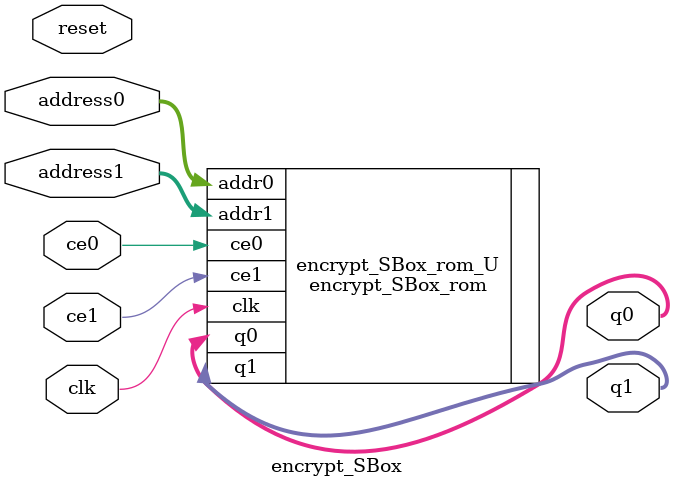
<source format=v>

`timescale 1 ns / 1 ps
module encrypt_SBox(
    reset,
    clk,
    address0,
    ce0,
    q0,
    address1,
    ce1,
    q1);

parameter DataWidth = 32'd8;
parameter AddressRange = 32'd256;
parameter AddressWidth = 32'd8;
input reset;
input clk;
input[AddressWidth - 1:0] address0;
input ce0;
output[DataWidth - 1:0] q0;
input[AddressWidth - 1:0] address1;
input ce1;
output[DataWidth - 1:0] q1;



encrypt_SBox_rom encrypt_SBox_rom_U(
    .clk( clk ),
    .addr0( address0 ),
    .ce0( ce0 ),
    .q0( q0 ),
    .addr1( address1 ),
    .ce1( ce1 ),
    .q1( q1 ));

endmodule

</source>
